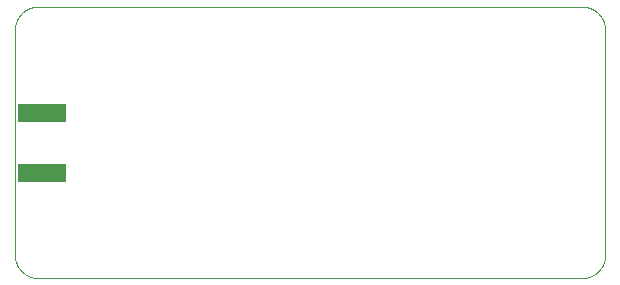
<source format=gbp>
G75*
%MOIN*%
%OFA0B0*%
%FSLAX25Y25*%
%IPPOS*%
%LPD*%
%AMOC8*
5,1,8,0,0,1.08239X$1,22.5*
%
%ADD10C,0.00000*%
%ADD11R,0.16000X0.06000*%
D10*
X0010374Y0002500D02*
X0191476Y0002500D01*
X0191666Y0002502D01*
X0191856Y0002509D01*
X0192046Y0002521D01*
X0192236Y0002537D01*
X0192425Y0002557D01*
X0192614Y0002583D01*
X0192802Y0002612D01*
X0192989Y0002647D01*
X0193175Y0002686D01*
X0193360Y0002729D01*
X0193545Y0002777D01*
X0193728Y0002829D01*
X0193909Y0002885D01*
X0194089Y0002946D01*
X0194268Y0003012D01*
X0194445Y0003081D01*
X0194621Y0003155D01*
X0194794Y0003233D01*
X0194966Y0003316D01*
X0195135Y0003402D01*
X0195303Y0003492D01*
X0195468Y0003587D01*
X0195631Y0003685D01*
X0195791Y0003788D01*
X0195949Y0003894D01*
X0196104Y0004004D01*
X0196257Y0004117D01*
X0196407Y0004235D01*
X0196553Y0004356D01*
X0196697Y0004480D01*
X0196838Y0004608D01*
X0196976Y0004739D01*
X0197111Y0004874D01*
X0197242Y0005012D01*
X0197370Y0005153D01*
X0197494Y0005297D01*
X0197615Y0005443D01*
X0197733Y0005593D01*
X0197846Y0005746D01*
X0197956Y0005901D01*
X0198062Y0006059D01*
X0198165Y0006219D01*
X0198263Y0006382D01*
X0198358Y0006547D01*
X0198448Y0006715D01*
X0198534Y0006884D01*
X0198617Y0007056D01*
X0198695Y0007229D01*
X0198769Y0007405D01*
X0198838Y0007582D01*
X0198904Y0007761D01*
X0198965Y0007941D01*
X0199021Y0008122D01*
X0199073Y0008305D01*
X0199121Y0008490D01*
X0199164Y0008675D01*
X0199203Y0008861D01*
X0199238Y0009048D01*
X0199267Y0009236D01*
X0199293Y0009425D01*
X0199313Y0009614D01*
X0199329Y0009804D01*
X0199341Y0009994D01*
X0199348Y0010184D01*
X0199350Y0010374D01*
X0199350Y0085177D01*
X0199348Y0085367D01*
X0199341Y0085557D01*
X0199329Y0085747D01*
X0199313Y0085937D01*
X0199293Y0086126D01*
X0199267Y0086315D01*
X0199238Y0086503D01*
X0199203Y0086690D01*
X0199164Y0086876D01*
X0199121Y0087061D01*
X0199073Y0087246D01*
X0199021Y0087429D01*
X0198965Y0087610D01*
X0198904Y0087790D01*
X0198838Y0087969D01*
X0198769Y0088146D01*
X0198695Y0088322D01*
X0198617Y0088495D01*
X0198534Y0088667D01*
X0198448Y0088836D01*
X0198358Y0089004D01*
X0198263Y0089169D01*
X0198165Y0089332D01*
X0198062Y0089492D01*
X0197956Y0089650D01*
X0197846Y0089805D01*
X0197733Y0089958D01*
X0197615Y0090108D01*
X0197494Y0090254D01*
X0197370Y0090398D01*
X0197242Y0090539D01*
X0197111Y0090677D01*
X0196976Y0090812D01*
X0196838Y0090943D01*
X0196697Y0091071D01*
X0196553Y0091195D01*
X0196407Y0091316D01*
X0196257Y0091434D01*
X0196104Y0091547D01*
X0195949Y0091657D01*
X0195791Y0091763D01*
X0195631Y0091866D01*
X0195468Y0091964D01*
X0195303Y0092059D01*
X0195135Y0092149D01*
X0194966Y0092235D01*
X0194794Y0092318D01*
X0194621Y0092396D01*
X0194445Y0092470D01*
X0194268Y0092539D01*
X0194089Y0092605D01*
X0193909Y0092666D01*
X0193728Y0092722D01*
X0193545Y0092774D01*
X0193360Y0092822D01*
X0193175Y0092865D01*
X0192989Y0092904D01*
X0192802Y0092939D01*
X0192614Y0092968D01*
X0192425Y0092994D01*
X0192236Y0093014D01*
X0192046Y0093030D01*
X0191856Y0093042D01*
X0191666Y0093049D01*
X0191476Y0093051D01*
X0010374Y0093051D01*
X0010184Y0093049D01*
X0009994Y0093042D01*
X0009804Y0093030D01*
X0009614Y0093014D01*
X0009425Y0092994D01*
X0009236Y0092968D01*
X0009048Y0092939D01*
X0008861Y0092904D01*
X0008675Y0092865D01*
X0008490Y0092822D01*
X0008305Y0092774D01*
X0008122Y0092722D01*
X0007941Y0092666D01*
X0007761Y0092605D01*
X0007582Y0092539D01*
X0007405Y0092470D01*
X0007229Y0092396D01*
X0007056Y0092318D01*
X0006884Y0092235D01*
X0006715Y0092149D01*
X0006547Y0092059D01*
X0006382Y0091964D01*
X0006219Y0091866D01*
X0006059Y0091763D01*
X0005901Y0091657D01*
X0005746Y0091547D01*
X0005593Y0091434D01*
X0005443Y0091316D01*
X0005297Y0091195D01*
X0005153Y0091071D01*
X0005012Y0090943D01*
X0004874Y0090812D01*
X0004739Y0090677D01*
X0004608Y0090539D01*
X0004480Y0090398D01*
X0004356Y0090254D01*
X0004235Y0090108D01*
X0004117Y0089958D01*
X0004004Y0089805D01*
X0003894Y0089650D01*
X0003788Y0089492D01*
X0003685Y0089332D01*
X0003587Y0089169D01*
X0003492Y0089004D01*
X0003402Y0088836D01*
X0003316Y0088667D01*
X0003233Y0088495D01*
X0003155Y0088322D01*
X0003081Y0088146D01*
X0003012Y0087969D01*
X0002946Y0087790D01*
X0002885Y0087610D01*
X0002829Y0087429D01*
X0002777Y0087246D01*
X0002729Y0087061D01*
X0002686Y0086876D01*
X0002647Y0086690D01*
X0002612Y0086503D01*
X0002583Y0086315D01*
X0002557Y0086126D01*
X0002537Y0085937D01*
X0002521Y0085747D01*
X0002509Y0085557D01*
X0002502Y0085367D01*
X0002500Y0085177D01*
X0002500Y0010374D01*
X0002502Y0010184D01*
X0002509Y0009994D01*
X0002521Y0009804D01*
X0002537Y0009614D01*
X0002557Y0009425D01*
X0002583Y0009236D01*
X0002612Y0009048D01*
X0002647Y0008861D01*
X0002686Y0008675D01*
X0002729Y0008490D01*
X0002777Y0008305D01*
X0002829Y0008122D01*
X0002885Y0007941D01*
X0002946Y0007761D01*
X0003012Y0007582D01*
X0003081Y0007405D01*
X0003155Y0007229D01*
X0003233Y0007056D01*
X0003316Y0006884D01*
X0003402Y0006715D01*
X0003492Y0006547D01*
X0003587Y0006382D01*
X0003685Y0006219D01*
X0003788Y0006059D01*
X0003894Y0005901D01*
X0004004Y0005746D01*
X0004117Y0005593D01*
X0004235Y0005443D01*
X0004356Y0005297D01*
X0004480Y0005153D01*
X0004608Y0005012D01*
X0004739Y0004874D01*
X0004874Y0004739D01*
X0005012Y0004608D01*
X0005153Y0004480D01*
X0005297Y0004356D01*
X0005443Y0004235D01*
X0005593Y0004117D01*
X0005746Y0004004D01*
X0005901Y0003894D01*
X0006059Y0003788D01*
X0006219Y0003685D01*
X0006382Y0003587D01*
X0006547Y0003492D01*
X0006715Y0003402D01*
X0006884Y0003316D01*
X0007056Y0003233D01*
X0007229Y0003155D01*
X0007405Y0003081D01*
X0007582Y0003012D01*
X0007761Y0002946D01*
X0007941Y0002885D01*
X0008122Y0002829D01*
X0008305Y0002777D01*
X0008490Y0002729D01*
X0008675Y0002686D01*
X0008861Y0002647D01*
X0009048Y0002612D01*
X0009236Y0002583D01*
X0009425Y0002557D01*
X0009614Y0002537D01*
X0009804Y0002521D01*
X0009994Y0002509D01*
X0010184Y0002502D01*
X0010374Y0002500D01*
D11*
X0011500Y0037500D03*
X0011500Y0057500D03*
M02*

</source>
